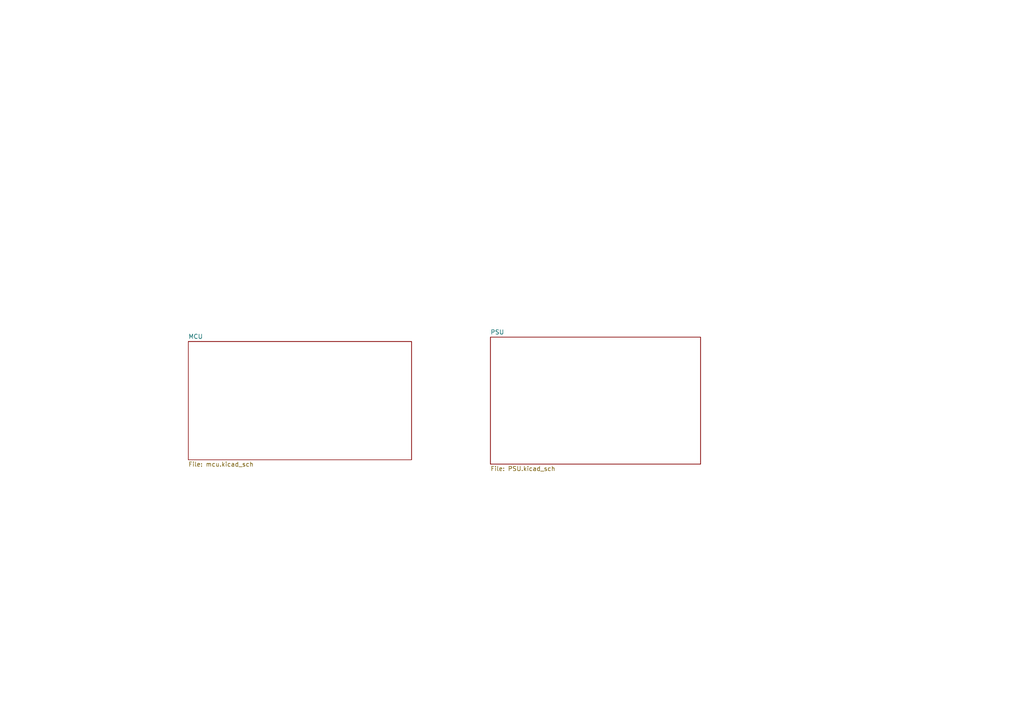
<source format=kicad_sch>
(kicad_sch (version 20230121) (generator eeschema)

  (uuid b2bbdadf-112f-4546-9689-8793d1774710)

  (paper "A4")

  (lib_symbols
  )


  (sheet (at 54.61 99.06) (size 64.77 34.29) (fields_autoplaced)
    (stroke (width 0.1524) (type solid))
    (fill (color 0 0 0 0.0000))
    (uuid 79eb5c9f-5e5d-4906-96e6-3cddf5b6f148)
    (property "Sheetname" "MCU" (at 54.61 98.3484 0)
      (effects (font (size 1.27 1.27)) (justify left bottom))
    )
    (property "Sheetfile" "mcu.kicad_sch" (at 54.61 133.9346 0)
      (effects (font (size 1.27 1.27)) (justify left top))
    )
    (instances
      (project "intro_to_pcb"
        (path "/b2bbdadf-112f-4546-9689-8793d1774710" (page "2"))
      )
    )
  )

  (sheet (at 142.24 97.79) (size 60.96 36.83) (fields_autoplaced)
    (stroke (width 0.1524) (type solid))
    (fill (color 0 0 0 0.0000))
    (uuid fe0ea4a4-c2df-4c35-8e09-ee6e8be7cc0a)
    (property "Sheetname" "PSU" (at 142.24 97.0784 0)
      (effects (font (size 1.27 1.27)) (justify left bottom))
    )
    (property "Sheetfile" "PSU.kicad_sch" (at 142.24 135.2046 0)
      (effects (font (size 1.27 1.27)) (justify left top))
    )
    (instances
      (project "intro_to_pcb"
        (path "/b2bbdadf-112f-4546-9689-8793d1774710" (page "3"))
      )
    )
  )

  (sheet_instances
    (path "/" (page "1"))
  )
)

</source>
